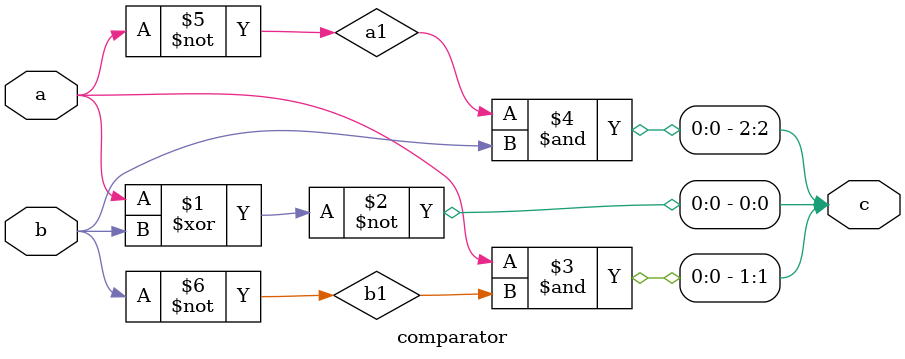
<source format=v>

module comparator(a,b,c);

//declare i/o ports
input a,b;
output [2:0]c;

//intermediate wires
wire a1,b1;

//inverted inputs
not n1(a1,a);
not n2(b1,b);

//implement gates
xnor x(c[0],a,b);
and l(c[1],a,b1);
and m(c[2],a1,b);

//end module
endmodule

</source>
